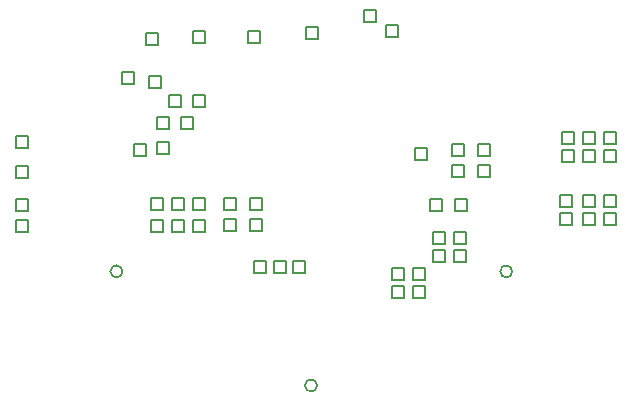
<source format=gbr>
%TF.GenerationSoftware,Altium Limited,Altium Designer,18.1.9 (240)*%
G04 Layer_Color=2752767*
%FSLAX26Y26*%
%MOIN*%
%TF.FileFunction,Drawing*%
%TF.Part,Single*%
G01*
G75*
%TA.AperFunction,NonConductor*%
%ADD29C,0.005000*%
%ADD30C,0.006667*%
D29*
X-190000Y-380000D02*
Y-340000D01*
X-150000D01*
Y-380000D01*
X-190000D01*
X-125000D02*
Y-340000D01*
X-85000D01*
Y-380000D01*
X-125000D01*
X175000Y455000D02*
Y495000D01*
X215000D01*
Y455000D01*
X175000D01*
X345000Y-5000D02*
Y35000D01*
X385000D01*
Y-5000D01*
X345000D01*
X555000Y-60000D02*
Y-20000D01*
X595000D01*
Y-60000D01*
X555000D01*
X470000D02*
Y-20000D01*
X510000D01*
Y-60000D01*
X470000D01*
Y10000D02*
Y50000D01*
X510000D01*
Y10000D01*
X470000D01*
X248910Y405000D02*
Y445000D01*
X288910D01*
Y405000D01*
X248910D01*
X-18432Y400000D02*
Y440000D01*
X21568D01*
Y400000D01*
X-18432D01*
X-210000Y385000D02*
Y425000D01*
X-170000D01*
Y385000D01*
X-210000D01*
X-395000D02*
Y425000D01*
X-355000D01*
Y385000D01*
X-395000D01*
X-550000Y380000D02*
Y420000D01*
X-510000D01*
Y380000D01*
X-550000D01*
X-630000Y250000D02*
Y290000D01*
X-590000D01*
Y250000D01*
X-630000D01*
X-540000Y235000D02*
Y275000D01*
X-500000D01*
Y235000D01*
X-540000D01*
X975000Y50000D02*
Y90000D01*
X1015000D01*
Y50000D01*
X975000D01*
Y-10000D02*
Y30000D01*
X1015000D01*
Y-10000D01*
X975000D01*
X835000Y50000D02*
Y90000D01*
X875000D01*
Y50000D01*
X835000D01*
X905000Y-10000D02*
Y30000D01*
X945000D01*
Y-10000D01*
X905000D01*
X835000D02*
Y30000D01*
X875000D01*
Y-10000D01*
X835000D01*
X905000Y50000D02*
Y90000D01*
X945000D01*
Y50000D01*
X905000D01*
X830000Y-160000D02*
Y-120000D01*
X870000D01*
Y-160000D01*
X830000D01*
Y-220000D02*
Y-180000D01*
X870000D01*
Y-220000D01*
X830000D01*
X975000Y-160000D02*
Y-120000D01*
X1015000D01*
Y-160000D01*
X975000D01*
X905000Y-220000D02*
Y-180000D01*
X945000D01*
Y-220000D01*
X905000D01*
X975000D02*
Y-180000D01*
X1015000D01*
Y-220000D01*
X975000D01*
X905000Y-160000D02*
Y-120000D01*
X945000D01*
Y-160000D01*
X905000D01*
X475000Y-285000D02*
Y-245000D01*
X515000D01*
Y-285000D01*
X475000D01*
X405000Y-345000D02*
Y-305000D01*
X445000D01*
Y-345000D01*
X405000D01*
X475000D02*
Y-305000D01*
X515000D01*
Y-345000D01*
X475000D01*
X405000Y-285000D02*
Y-245000D01*
X445000D01*
Y-285000D01*
X405000D01*
X555000Y10000D02*
Y50000D01*
X595000D01*
Y10000D01*
X555000D01*
X480000Y-174004D02*
Y-134004D01*
X520000D01*
Y-174004D01*
X480000D01*
X395000Y-174922D02*
Y-134922D01*
X435000D01*
Y-174922D01*
X395000D01*
X270000Y-405000D02*
Y-365000D01*
X310000D01*
Y-405000D01*
X270000D01*
X340000Y-465000D02*
Y-425000D01*
X380000D01*
Y-465000D01*
X340000D01*
X270000D02*
Y-425000D01*
X310000D01*
Y-465000D01*
X270000D01*
X340000Y-405000D02*
Y-365000D01*
X380000D01*
Y-405000D01*
X340000D01*
X-985000Y-245000D02*
Y-205000D01*
X-945000D01*
Y-245000D01*
X-985000D01*
Y-175000D02*
Y-135000D01*
X-945000D01*
Y-175000D01*
X-985000D01*
X-535000Y-243024D02*
Y-203024D01*
X-495000D01*
Y-243024D01*
X-535000D01*
X-532651Y-170000D02*
Y-130000D01*
X-492651D01*
Y-170000D01*
X-532651D01*
X-395000D02*
Y-130000D01*
X-355000D01*
Y-170000D01*
X-395000D01*
Y-243024D02*
Y-203024D01*
X-355000D01*
Y-243024D01*
X-395000D01*
X-290000Y-240917D02*
Y-200917D01*
X-250000D01*
Y-240917D01*
X-290000D01*
X-205000Y-240000D02*
Y-200000D01*
X-165000D01*
Y-240000D01*
X-205000D01*
Y-170000D02*
Y-130000D01*
X-165000D01*
Y-170000D01*
X-205000D01*
X-290000D02*
Y-130000D01*
X-250000D01*
Y-170000D01*
X-290000D01*
X-465000D02*
Y-130000D01*
X-425000D01*
Y-170000D01*
X-465000D01*
Y-243024D02*
Y-203024D01*
X-425000D01*
Y-243024D01*
X-465000D01*
X-985000Y-65000D02*
Y-25000D01*
X-945000D01*
Y-65000D01*
X-985000D01*
Y35000D02*
Y75000D01*
X-945000D01*
Y35000D01*
X-985000D01*
X-590000Y10000D02*
Y50000D01*
X-550000D01*
Y10000D01*
X-590000D01*
X-515000Y15000D02*
Y55000D01*
X-475000D01*
Y15000D01*
X-515000D01*
X-515000Y100000D02*
Y140000D01*
X-475000D01*
Y100000D01*
X-515000D01*
X-435000D02*
Y140000D01*
X-395000D01*
Y100000D01*
X-435000D01*
X-475000Y174000D02*
Y214000D01*
X-435000D01*
Y174000D01*
X-475000D01*
X-395000D02*
Y214000D01*
X-355000D01*
Y174000D01*
X-395000D01*
X-60000Y-380000D02*
Y-340000D01*
X-20000D01*
Y-380000D01*
X-60000D01*
D30*
X-629500Y-375000D02*
G03*
X-629500Y-375000I-20000J0D01*
G01*
X670000D02*
G03*
X670000Y-375000I-20000J0D01*
G01*
X19202Y-755000D02*
G03*
X19202Y-755000I-20000J0D01*
G01*
%TF.MD5,3088ef4c118b0d58d09d5d32d66406a9*%
M02*

</source>
